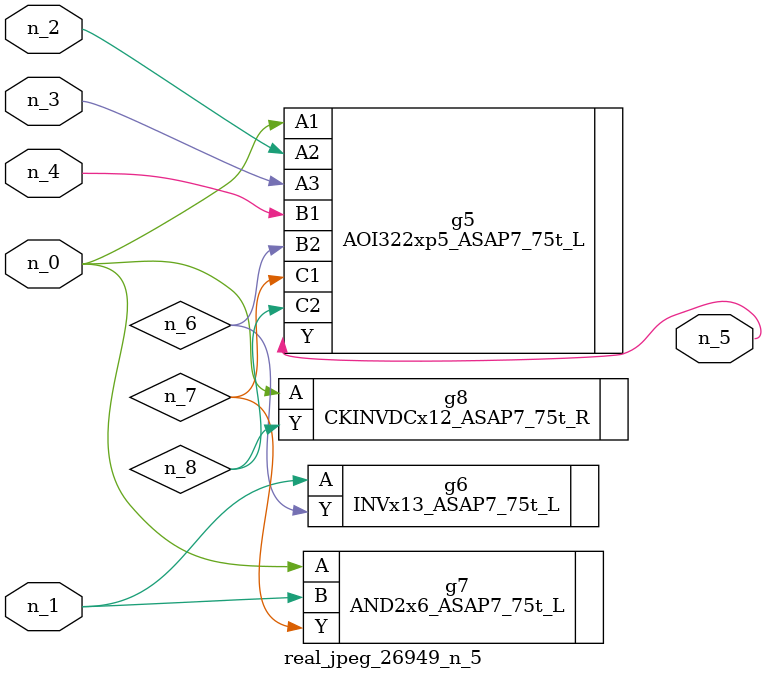
<source format=v>
module real_jpeg_26949_n_5 (n_4, n_0, n_1, n_2, n_3, n_5);

input n_4;
input n_0;
input n_1;
input n_2;
input n_3;

output n_5;

wire n_8;
wire n_6;
wire n_7;

AOI322xp5_ASAP7_75t_L g5 ( 
.A1(n_0),
.A2(n_2),
.A3(n_3),
.B1(n_4),
.B2(n_6),
.C1(n_7),
.C2(n_8),
.Y(n_5)
);

AND2x6_ASAP7_75t_L g7 ( 
.A(n_0),
.B(n_1),
.Y(n_7)
);

CKINVDCx12_ASAP7_75t_R g8 ( 
.A(n_0),
.Y(n_8)
);

INVx13_ASAP7_75t_L g6 ( 
.A(n_1),
.Y(n_6)
);


endmodule
</source>
